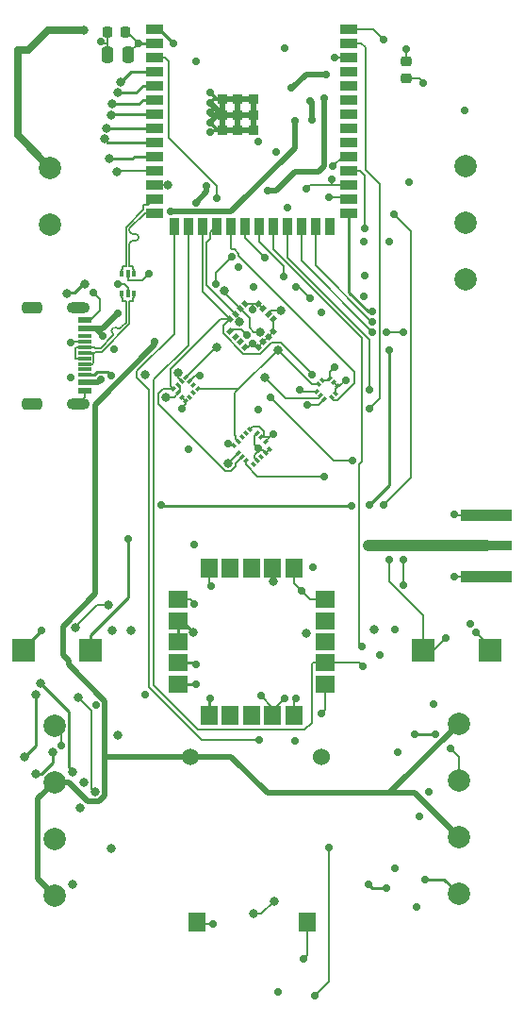
<source format=gbr>
%TF.GenerationSoftware,KiCad,Pcbnew,7.0.1*%
%TF.CreationDate,2024-01-06T20:51:44-05:00*%
%TF.ProjectId,Io-v2-Board,496f2d76-322d-4426-9f61-72642e6b6963,rev?*%
%TF.SameCoordinates,Original*%
%TF.FileFunction,Copper,L1,Top*%
%TF.FilePolarity,Positive*%
%FSLAX46Y46*%
G04 Gerber Fmt 4.6, Leading zero omitted, Abs format (unit mm)*
G04 Created by KiCad (PCBNEW 7.0.1) date 2024-01-06 20:51:44*
%MOMM*%
%LPD*%
G01*
G04 APERTURE LIST*
G04 Aperture macros list*
%AMRoundRect*
0 Rectangle with rounded corners*
0 $1 Rounding radius*
0 $2 $3 $4 $5 $6 $7 $8 $9 X,Y pos of 4 corners*
0 Add a 4 corners polygon primitive as box body*
4,1,4,$2,$3,$4,$5,$6,$7,$8,$9,$2,$3,0*
0 Add four circle primitives for the rounded corners*
1,1,$1+$1,$2,$3*
1,1,$1+$1,$4,$5*
1,1,$1+$1,$6,$7*
1,1,$1+$1,$8,$9*
0 Add four rect primitives between the rounded corners*
20,1,$1+$1,$2,$3,$4,$5,0*
20,1,$1+$1,$4,$5,$6,$7,0*
20,1,$1+$1,$6,$7,$8,$9,0*
20,1,$1+$1,$8,$9,$2,$3,0*%
%AMRotRect*
0 Rectangle, with rotation*
0 The origin of the aperture is its center*
0 $1 length*
0 $2 width*
0 $3 Rotation angle, in degrees counterclockwise*
0 Add horizontal line*
21,1,$1,$2,0,0,$3*%
G04 Aperture macros list end*
%TA.AperFunction,SMDPad,CuDef*%
%ADD10RoundRect,0.225000X0.225000X0.250000X-0.225000X0.250000X-0.225000X-0.250000X0.225000X-0.250000X0*%
%TD*%
%TA.AperFunction,SMDPad,CuDef*%
%ADD11RoundRect,0.250000X0.250000X0.475000X-0.250000X0.475000X-0.250000X-0.475000X0.250000X-0.475000X0*%
%TD*%
%TA.AperFunction,ComponentPad*%
%ADD12RoundRect,0.250000X-0.650000X0.250000X-0.650000X-0.250000X0.650000X-0.250000X0.650000X0.250000X0*%
%TD*%
%TA.AperFunction,ComponentPad*%
%ADD13O,2.100000X1.000000*%
%TD*%
%TA.AperFunction,SMDPad,CuDef*%
%ADD14R,1.150000X0.300000*%
%TD*%
%TA.AperFunction,SMDPad,CuDef*%
%ADD15R,1.150000X0.600000*%
%TD*%
%TA.AperFunction,SMDPad,CuDef*%
%ADD16R,1.500000X1.700000*%
%TD*%
%TA.AperFunction,SMDPad,CuDef*%
%ADD17R,2.000000X2.000000*%
%TD*%
%TA.AperFunction,ComponentPad*%
%ADD18C,2.000000*%
%TD*%
%TA.AperFunction,SMDPad,CuDef*%
%ADD19R,0.375000X0.500000*%
%TD*%
%TA.AperFunction,SMDPad,CuDef*%
%ADD20R,0.300000X0.650000*%
%TD*%
%TA.AperFunction,SMDPad,CuDef*%
%ADD21R,1.500000X1.800000*%
%TD*%
%TA.AperFunction,SMDPad,CuDef*%
%ADD22R,1.800000X1.500000*%
%TD*%
%TA.AperFunction,SMDPad,CuDef*%
%ADD23RotRect,0.406400X0.508000X45.000000*%
%TD*%
%TA.AperFunction,SMDPad,CuDef*%
%ADD24RotRect,0.406400X0.508000X315.000000*%
%TD*%
%TA.AperFunction,SMDPad,CuDef*%
%ADD25RotRect,0.376682X0.351536X225.000000*%
%TD*%
%TA.AperFunction,SMDPad,CuDef*%
%ADD26RotRect,0.376682X0.351536X315.000000*%
%TD*%
%TA.AperFunction,SMDPad,CuDef*%
%ADD27RoundRect,0.218750X0.256250X-0.218750X0.256250X0.218750X-0.256250X0.218750X-0.256250X-0.218750X0*%
%TD*%
%TA.AperFunction,SMDPad,CuDef*%
%ADD28RotRect,0.355600X0.457200X45.000000*%
%TD*%
%TA.AperFunction,SMDPad,CuDef*%
%ADD29RotRect,0.355600X0.457200X315.000000*%
%TD*%
%TA.AperFunction,SMDPad,CuDef*%
%ADD30R,1.498600X0.889000*%
%TD*%
%TA.AperFunction,SMDPad,CuDef*%
%ADD31R,0.889000X1.498600*%
%TD*%
%TA.AperFunction,SMDPad,CuDef*%
%ADD32R,0.889000X0.889000*%
%TD*%
%TA.AperFunction,SMDPad,CuDef*%
%ADD33RotRect,0.351536X0.376682X45.000000*%
%TD*%
%TA.AperFunction,SMDPad,CuDef*%
%ADD34RotRect,0.351536X0.376682X315.000000*%
%TD*%
%TA.AperFunction,ComponentPad*%
%ADD35C,1.524000*%
%TD*%
%TA.AperFunction,SMDPad,CuDef*%
%ADD36R,4.560000X1.000000*%
%TD*%
%TA.AperFunction,SMDPad,CuDef*%
%ADD37R,4.560000X0.850000*%
%TD*%
%TA.AperFunction,ViaPad*%
%ADD38C,0.700000*%
%TD*%
%TA.AperFunction,ViaPad*%
%ADD39C,0.800000*%
%TD*%
%TA.AperFunction,Conductor*%
%ADD40C,0.200000*%
%TD*%
%TA.AperFunction,Conductor*%
%ADD41C,0.250000*%
%TD*%
%TA.AperFunction,Conductor*%
%ADD42C,1.000000*%
%TD*%
%TA.AperFunction,Conductor*%
%ADD43C,0.500000*%
%TD*%
%TA.AperFunction,Conductor*%
%ADD44C,0.150000*%
%TD*%
%TA.AperFunction,Conductor*%
%ADD45C,0.700000*%
%TD*%
G04 APERTURE END LIST*
D10*
%TO.P,C19,1*%
%TO.N,+3.3V*%
X105042000Y-36703000D03*
%TO.P,C19,2*%
%TO.N,GND*%
X103492000Y-36703000D03*
%TD*%
D11*
%TO.P,C13,1*%
%TO.N,+3.3V*%
X105344000Y-38735000D03*
%TO.P,C13,2*%
%TO.N,GND*%
X103444000Y-38735000D03*
%TD*%
D12*
%TO.P,J2,SH4,SHELL_GND__3*%
%TO.N,GND*%
X96647000Y-70075000D03*
%TO.P,J2,SH3,SHELL_GND__2*%
X96647000Y-61435000D03*
D13*
%TO.P,J2,SH2,SHELL_GND__1*%
X100827000Y-70075000D03*
%TO.P,J2,SH1,SHELL_GND*%
X100827000Y-61435000D03*
D14*
%TO.P,J2,B8,SBU2*%
%TO.N,unconnected-(J2-SBU2-PadB8)*%
X101402000Y-64005000D03*
%TO.P,J2,B7,DN2*%
%TO.N,/USB_DN*%
X101402000Y-65005000D03*
%TO.P,J2,B6,DP2*%
%TO.N,/USB_DP*%
X101402000Y-66505000D03*
%TO.P,J2,B5,CC2*%
%TO.N,Net-(J2-CC2)*%
X101402000Y-67505000D03*
D15*
%TO.P,J2,B4_A9,VBUS__1*%
%TO.N,/VBUS*%
X101402000Y-68155000D03*
%TO.P,J2,B1_A12,GND__1*%
%TO.N,GND*%
X101402000Y-68955000D03*
D14*
%TO.P,J2,A8,SBU1*%
%TO.N,unconnected-(J2-SBU1-PadA8)*%
X101402000Y-67005000D03*
%TO.P,J2,A7,DN1*%
%TO.N,/USB_DN*%
X101402000Y-66005000D03*
%TO.P,J2,A6,DP1*%
%TO.N,/USB_DP*%
X101402000Y-65505000D03*
%TO.P,J2,A5,CC1*%
%TO.N,Net-(J2-CC1)*%
X101402000Y-64505000D03*
D15*
%TO.P,J2,A4_B9,VBUS*%
%TO.N,/VBUS*%
X101402000Y-63355000D03*
%TO.P,J2,A1_B12,GND*%
%TO.N,GND*%
X101402000Y-62555000D03*
%TD*%
D16*
%TO.P,LS1,N*%
%TO.N,GND*%
X111509000Y-116586000D03*
%TO.P,LS1,P*%
%TO.N,Net-(Q6-S)*%
X121409000Y-116586000D03*
%TD*%
D17*
%TO.P,S1,A*%
%TO.N,/RST*%
X131795000Y-92202000D03*
%TO.P,S1,B*%
%TO.N,GND*%
X137795000Y-92202000D03*
%TD*%
D18*
%TO.P,J1,1,Pin_1*%
%TO.N,/VBAT*%
X135636000Y-58955000D03*
%TO.P,J1,2,Pin_2*%
%TO.N,GND*%
X135636000Y-53875000D03*
%TO.P,J1,3,Pin_3*%
%TO.N,/VSW*%
X135636000Y-48795000D03*
%TD*%
D19*
%TO.P,U5,1,I/O1*%
%TO.N,/USB_DN*%
X104745500Y-60159000D03*
D20*
%TO.P,U5,2,GND*%
%TO.N,GND*%
X105283000Y-60234000D03*
D19*
%TO.P,U5,3,I/O2*%
%TO.N,/USB_DP*%
X105820500Y-60159000D03*
%TO.P,U5,4,I/O2*%
%TO.N,/USB_ESD_DP*%
X105820500Y-58459000D03*
D20*
%TO.P,U5,5,VBUS*%
%TO.N,/VBUS*%
X105283000Y-58384000D03*
D19*
%TO.P,U5,6,I/O1*%
%TO.N,/USB_ESD_DN*%
X104745500Y-58459000D03*
%TD*%
D18*
%TO.P,J4,1,Pin_1*%
%TO.N,/PYRO1_SW*%
X98683000Y-98933000D03*
%TO.P,J4,2,Pin_2*%
%TO.N,/VPYRO*%
X98683000Y-104013000D03*
%TO.P,J4,3,Pin_3*%
%TO.N,/PYRO2_SW*%
X98683000Y-109093000D03*
%TO.P,J4,4,Pin_4*%
%TO.N,/VPYRO*%
X98683000Y-114173000D03*
%TD*%
D21*
%TO.P,U9,20,GND*%
%TO.N,GND*%
X112605000Y-84844000D03*
%TO.P,U9,19,EXTINT*%
%TO.N,unconnected-(U9-EXTINT-Pad19)*%
X114505000Y-84844000D03*
%TO.P,U9,18,~{RESET}*%
%TO.N,unconnected-(U9-~{RESET}-Pad18)*%
X116405000Y-84844000D03*
%TO.P,U9,17,VCC*%
%TO.N,+3.3V*%
X118305000Y-84844000D03*
%TO.P,U9,16,GND*%
%TO.N,GND*%
X120205000Y-84844000D03*
D22*
%TO.P,U9,15,GND*%
X123005000Y-87644000D03*
%TO.P,U9,14,RXD*%
%TO.N,unconnected-(U9-RXD-Pad14)*%
X123005000Y-89544000D03*
%TO.P,U9,13,TXD*%
%TO.N,unconnected-(U9-TXD-Pad13)*%
X123005000Y-91444000D03*
%TO.P,U9,12,SCL*%
%TO.N,/I2C_SCL*%
X123005000Y-93344000D03*
%TO.P,U9,11,GND*%
%TO.N,GND*%
X123005000Y-95244000D03*
D21*
%TO.P,U9,10,GND*%
X120205000Y-98044000D03*
%TO.P,U9,9,SDA*%
%TO.N,/I2C_SDA*%
X118305000Y-98044000D03*
%TO.P,U9,8,~{SAFEBOOT}*%
%TO.N,unconnected-(U9-~{SAFEBOOT}-Pad8)*%
X116405000Y-98044000D03*
%TO.P,U9,7,TIMEPULSE*%
%TO.N,unconnected-(U9-TIMEPULSE-Pad7)*%
X114505000Y-98044000D03*
%TO.P,U9,6,GND*%
%TO.N,GND*%
X112605000Y-98044000D03*
D22*
%TO.P,U9,5,GND*%
X109805000Y-95244000D03*
%TO.P,U9,4,GND*%
X109805000Y-93344000D03*
%TO.P,U9,3,V_BCKP*%
%TO.N,+3.3V*%
X109805000Y-91444000D03*
%TO.P,U9,2,VCC_IO*%
X109805000Y-89544000D03*
%TO.P,U9,1,GND*%
%TO.N,GND*%
X109805000Y-87644000D03*
%TD*%
D17*
%TO.P,S2,A*%
%TO.N,/BOOT*%
X101933000Y-92202000D03*
%TO.P,S2,B*%
%TO.N,GND*%
X95933000Y-92202000D03*
%TD*%
D23*
%TO.P,U4,1,VDD_IO*%
%TO.N,+3.3V*%
X115855193Y-61106336D03*
%TO.P,U4,2,SCL/SPC*%
%TO.N,/SPI2_SCL*%
X115395575Y-61565954D03*
%TO.P,U4,3,SDA/SDI/SDO*%
%TO.N,/SPI2_MOSI*%
X114935954Y-62025575D03*
%TO.P,U4,4,SDO/SA0*%
%TO.N,/SPI2_MISO*%
X114476336Y-62485193D03*
D24*
%TO.P,U4,5,CS*%
%TO.N,/GYRO_CS*%
X114476336Y-63620807D03*
%TO.P,U4,6,DRDY/INT2*%
%TO.N,unconnected-(U4-DRDY{slash}INT2-Pad6)*%
X114935954Y-64080425D03*
%TO.P,U4,7,INT1*%
%TO.N,unconnected-(U4-INT1-Pad7)*%
X115395575Y-64540046D03*
%TO.P,U4,8,RES*%
%TO.N,GND*%
X115855193Y-64999664D03*
D23*
%TO.P,U4,9,RES*%
X116990807Y-64999664D03*
%TO.P,U4,10,RES*%
X117450425Y-64540046D03*
%TO.P,U4,11,RES*%
X117910046Y-64080425D03*
%TO.P,U4,12,RES*%
X118369664Y-63620807D03*
D24*
%TO.P,U4,13,GND*%
X118369664Y-62485193D03*
%TO.P,U4,14,PLLFILT*%
%TO.N,/GYRO_PLLFILT*%
X117910046Y-62025575D03*
%TO.P,U4,15,RES*%
%TO.N,+3.3V*%
X117450425Y-61565954D03*
%TO.P,U4,16,VDD*%
X116990807Y-61106336D03*
%TD*%
D25*
%TO.P,U7,1,SCL/SPC*%
%TO.N,/SPI2_SCL*%
X111550662Y-68768000D03*
%TO.P,U7,2,NC*%
%TO.N,unconnected-(U7-NC-Pad2)*%
X111197107Y-68414446D03*
%TO.P,U7,3,CS*%
%TO.N,/MAG_CS*%
X110843554Y-68060893D03*
%TO.P,U7,4,SDA/SDI/SDO*%
%TO.N,/SPI2_MOSI*%
X110490000Y-67707338D03*
D26*
%TO.P,U7,5,C1*%
%TO.N,/MAG_C*%
X110136446Y-68060893D03*
%TO.P,U7,6,GND*%
%TO.N,GND*%
X109782893Y-68414446D03*
D25*
%TO.P,U7,7,INT/DRDY/SDO*%
%TO.N,/SPI2_MISO*%
X109429338Y-68768000D03*
%TO.P,U7,8,GND*%
%TO.N,GND*%
X109782893Y-69121554D03*
%TO.P,U7,9,VDD*%
%TO.N,+3.3V*%
X110136446Y-69475107D03*
%TO.P,U7,10,VDD_IO*%
X110490000Y-69828662D03*
D26*
%TO.P,U7,11,NC*%
%TO.N,unconnected-(U7-NC-Pad11)*%
X110843554Y-69475107D03*
%TO.P,U7,12,NC*%
%TO.N,unconnected-(U7-NC-Pad12)*%
X111197107Y-69121554D03*
%TD*%
D18*
%TO.P,J3,1,Pin_1*%
%TO.N,/VBAT*%
X98302000Y-48895000D03*
%TO.P,J3,2,Pin_2*%
%TO.N,GND*%
X98302000Y-53975000D03*
%TD*%
D27*
%TO.P,D2,1,K*%
%TO.N,/PLED_R*%
X130302000Y-40919500D03*
%TO.P,D2,2,A*%
%TO.N,+3.3V*%
X130302000Y-39344500D03*
%TD*%
D18*
%TO.P,J5,1,Pin_1*%
%TO.N,/PYRO3_SW*%
X135001000Y-114073000D03*
%TO.P,J5,2,Pin_2*%
%TO.N,/VPYRO*%
X135001000Y-108993000D03*
%TO.P,J5,3,Pin_3*%
%TO.N,/PYRO4_SW*%
X135001000Y-103913000D03*
%TO.P,J5,4,Pin_4*%
%TO.N,/VPYRO*%
X135001000Y-98833000D03*
%TD*%
D28*
%TO.P,U2,1,Vdd_IO*%
%TO.N,+3.3V*%
X116255454Y-72392884D03*
%TO.P,U2,2,NC*%
%TO.N,unconnected-(U2-NC-Pad2)*%
X115901811Y-72746526D03*
%TO.P,U2,3,NC*%
%TO.N,unconnected-(U2-NC-Pad3)*%
X115548169Y-73100169D03*
%TO.P,U2,4,SCL/SPC*%
%TO.N,/SPI2_SCL*%
X115194526Y-73453811D03*
%TO.P,U2,5,GND*%
%TO.N,GND*%
X114840884Y-73807454D03*
D29*
%TO.P,U2,6,SDA/SDI/SDO*%
%TO.N,/SPI2_MOSI*%
X115194526Y-74496189D03*
%TO.P,U2,7,SDO/SA0*%
%TO.N,/SPI2_MISO*%
X115548169Y-74849831D03*
%TO.P,U2,8,CS*%
%TO.N,/ACC_CS*%
X115901811Y-75203474D03*
D28*
%TO.P,U2,9,INT_2*%
%TO.N,unconnected-(U2-INT_2-Pad9)*%
X116590546Y-75557116D03*
%TO.P,U2,10,Reserved*%
%TO.N,GND*%
X116944189Y-75203474D03*
%TO.P,U2,11,INT_1*%
%TO.N,unconnected-(U2-INT_1-Pad11)*%
X117297831Y-74849831D03*
%TO.P,U2,12,GND*%
%TO.N,GND*%
X117651474Y-74496189D03*
%TO.P,U2,13,GND*%
X118005116Y-74142546D03*
D29*
%TO.P,U2,14,Vdd*%
%TO.N,+3.3V*%
X117651474Y-73453811D03*
%TO.P,U2,15,Reserved*%
X117297831Y-73100169D03*
%TO.P,U2,16,GND*%
%TO.N,GND*%
X116944189Y-72746526D03*
%TD*%
D30*
%TO.P,U1,1,GND*%
%TO.N,GND*%
X107673000Y-36449000D03*
%TO.P,U1,2,3V3*%
%TO.N,+3.3V*%
X107673000Y-37719000D03*
%TO.P,U1,3,EN*%
%TO.N,/RST*%
X107673000Y-38989000D03*
%TO.P,U1,4,IO4*%
%TO.N,/PYRO1_DET*%
X107673000Y-40259000D03*
%TO.P,U1,5,IO5*%
%TO.N,/PYRO2_DET*%
X107673000Y-41529000D03*
%TO.P,U1,6,IO6*%
%TO.N,/PYRO3_DET*%
X107673000Y-42799000D03*
%TO.P,U1,7,IO7*%
%TO.N,/PYRO4_DET*%
X107673000Y-44069000D03*
%TO.P,U1,8,IO15*%
%TO.N,/PYRO1*%
X107673000Y-45339000D03*
%TO.P,U1,9,IO16*%
%TO.N,/PYRO2*%
X107673000Y-46609000D03*
%TO.P,U1,10,IO17*%
%TO.N,/PYRO3*%
X107673000Y-47879000D03*
%TO.P,U1,11,IO18*%
%TO.N,/PYRO4*%
X107673000Y-49149000D03*
%TO.P,U1,12,IO8*%
%TO.N,/SPI2_SCL*%
X107673000Y-50419000D03*
%TO.P,U1,13,IO19*%
%TO.N,/USB_ESD_DN*%
X107673000Y-51689000D03*
%TO.P,U1,14,IO20*%
%TO.N,/USB_ESD_DP*%
X107673000Y-52959000D03*
D31*
%TO.P,U1,15,IO3*%
%TO.N,/I2C_SDA*%
X109438000Y-54209000D03*
%TO.P,U1,16,IO46*%
%TO.N,/I2C_SCL*%
X110708000Y-54209000D03*
%TO.P,U1,17,IO9*%
%TO.N,/SPI2_MISO*%
X111978000Y-54209000D03*
%TO.P,U1,18,IO10*%
%TO.N,/SPI2_MOSI*%
X113248000Y-54209000D03*
%TO.P,U1,19,IO11*%
%TO.N,/BARO_CS*%
X114518000Y-54209000D03*
%TO.P,U1,20,IO12*%
%TO.N,/MAG_CS*%
X115788000Y-54209000D03*
%TO.P,U1,21,IO13*%
%TO.N,/GYRO_CS*%
X117058000Y-54209000D03*
%TO.P,U1,22,IO14*%
%TO.N,/RF_DIO0*%
X118328000Y-54209000D03*
%TO.P,U1,23,IO21*%
%TO.N,/RF_CS*%
X119598000Y-54209000D03*
%TO.P,U1,24,IO47*%
%TO.N,/BUZZ_OUT*%
X120868000Y-54209000D03*
%TO.P,U1,25,IO48*%
%TO.N,/RF_RST*%
X122138000Y-54209000D03*
%TO.P,U1,26,IO45*%
%TO.N,unconnected-(U1-IO45-Pad26)*%
X123408000Y-54209000D03*
D30*
%TO.P,U1,27,IO0*%
%TO.N,/BOOT*%
X125173000Y-52959000D03*
%TO.P,U1,28,IO35*%
%TO.N,/SPI3_MOSI*%
X125173000Y-51689000D03*
%TO.P,U1,29,IO36*%
%TO.N,/SPI3_SCL*%
X125173000Y-50419000D03*
%TO.P,U1,30,IO37*%
%TO.N,/SPI3_MISO*%
X125173000Y-49149000D03*
%TO.P,U1,31,IO38*%
%TO.N,/FLASH_CS*%
X125173000Y-47879000D03*
%TO.P,U1,32,IO39*%
%TO.N,unconnected-(U1-IO39-Pad32)*%
X125173000Y-46609000D03*
%TO.P,U1,33,IO40*%
%TO.N,unconnected-(U1-IO40-Pad33)*%
X125173000Y-45339000D03*
%TO.P,U1,34,IO41*%
%TO.N,unconnected-(U1-IO41-Pad34)*%
X125173000Y-44069000D03*
%TO.P,U1,35,IO42*%
%TO.N,unconnected-(U1-IO42-Pad35)*%
X125173000Y-42799000D03*
%TO.P,U1,36,RXD0*%
%TO.N,unconnected-(U1-RXD0-Pad36)*%
X125173000Y-41529000D03*
%TO.P,U1,37,TXD0*%
%TO.N,unconnected-(U1-TXD0-Pad37)*%
X125173000Y-40259000D03*
%TO.P,U1,38,IO2*%
%TO.N,/VSW_DET*%
X125173000Y-38989000D03*
%TO.P,U1,39,IO1*%
%TO.N,/ACC_CS*%
X125173000Y-37719000D03*
%TO.P,U1,40,GND*%
%TO.N,GND*%
X125173000Y-36449000D03*
D32*
%TO.P,U1,41,GND*%
X115173000Y-44169000D03*
%TO.P,U1,42,GND*%
X115173000Y-42769000D03*
%TO.P,U1,43,GND*%
X113773000Y-42769000D03*
%TO.P,U1,44,GND*%
X113773000Y-44169000D03*
%TO.P,U1,45,GND*%
X113773000Y-45569000D03*
%TO.P,U1,46,GND*%
X115173000Y-45569000D03*
%TO.P,U1,47,GND*%
X116573000Y-45569000D03*
%TO.P,U1,48,GND*%
X116573000Y-44169000D03*
%TO.P,U1,49,GND*%
X116573000Y-42769000D03*
%TD*%
D33*
%TO.P,U6,1,VDD_IO*%
%TO.N,+3.3V*%
X122781504Y-68005951D03*
%TO.P,U6,2,SCL/SPC*%
%TO.N,/SPI2_SCL*%
X122427951Y-68359504D03*
D34*
%TO.P,U6,3,RES*%
%TO.N,GND*%
X122251175Y-68999720D03*
%TO.P,U6,4,SDA/SDI/SDO*%
%TO.N,/SPI2_MOSI*%
X122604728Y-69353272D03*
%TO.P,U6,5,SDO/SA0*%
%TO.N,/SPI2_MISO*%
X122958280Y-69706825D03*
D33*
%TO.P,U6,6,CS*%
%TO.N,/BARO_CS*%
X123598496Y-69530049D03*
%TO.P,U6,7,INT_DRDY*%
%TO.N,GND*%
X123952049Y-69176496D03*
D34*
%TO.P,U6,8,GND*%
X124128825Y-68536280D03*
%TO.P,U6,9,GND*%
X123775272Y-68182728D03*
%TO.P,U6,10,VDD*%
%TO.N,+3.3V*%
X123421720Y-67829175D03*
%TD*%
D35*
%TO.P,C2,1*%
%TO.N,/VPYRO*%
X110871000Y-101732000D03*
%TO.P,C2,2*%
%TO.N,GND*%
X122671000Y-101732000D03*
%TD*%
D36*
%TO.P,J7,SH2*%
%TO.N,GND*%
X137527500Y-80058000D03*
%TO.P,J7,SH1*%
X137527500Y-85598000D03*
D37*
%TO.P,J7,1*%
%TO.N,Net-(U11-ANT)*%
X137527500Y-82828000D03*
%TD*%
D38*
%TO.N,GND*%
X102870000Y-37592000D03*
%TO.N,/BOOT*%
X127000000Y-79121000D03*
X125423500Y-79219500D03*
%TO.N,Net-(U11-ANT)*%
X126873000Y-82828000D03*
%TO.N,GND*%
X112649000Y-45720000D03*
X112649000Y-42164000D03*
X119380000Y-38189500D03*
%TO.N,/VSW_DET*%
X123886832Y-39054168D03*
%TO.N,/VIN*%
X121696340Y-42888500D03*
X121793000Y-44577000D03*
%TO.N,GND*%
X111379000Y-39370000D03*
X116586000Y-59563000D03*
X131191000Y-115189000D03*
X112649000Y-43942000D03*
X109347000Y-37719000D03*
X129540000Y-101346000D03*
X104062500Y-65187881D03*
D39*
X100965000Y-106299000D03*
D38*
X136525000Y-90551000D03*
X110744000Y-74168000D03*
X120396000Y-96520000D03*
D39*
X103759000Y-109982000D03*
D38*
X112649000Y-96520000D03*
D39*
X106807000Y-67437000D03*
D38*
X114300000Y-73660000D03*
X129286000Y-90297000D03*
X104377988Y-59389820D03*
X124841000Y-68014500D03*
X112649000Y-44831000D03*
X128270000Y-37387000D03*
X126492000Y-55499000D03*
D39*
X100330000Y-113157000D03*
D38*
X120762500Y-68834000D03*
D39*
X101346000Y-104013000D03*
D38*
X131445000Y-107061000D03*
X134620000Y-80010000D03*
X111379000Y-95250000D03*
X111252000Y-82677000D03*
X112817766Y-86401766D03*
X117046692Y-74056862D03*
X120904000Y-86868000D03*
X117015647Y-70627147D03*
X129283477Y-111738092D03*
X97536000Y-90424000D03*
X122682000Y-61908000D03*
X122666459Y-97906693D03*
D39*
X104394000Y-99822000D03*
D38*
X106807000Y-96139000D03*
X112649000Y-43053000D03*
X132715000Y-97028000D03*
X130556000Y-50165000D03*
X132294500Y-104902000D03*
X115189000Y-57785000D03*
X111252000Y-88011000D03*
X118618000Y-47498000D03*
X116459000Y-64643000D03*
X135531489Y-43770385D03*
D39*
X103886000Y-90424000D03*
D38*
X112903000Y-116713000D03*
X121920000Y-84709000D03*
X100126500Y-67691000D03*
X102184307Y-60121693D03*
X111379000Y-93472000D03*
X134620000Y-85598000D03*
D39*
X108712000Y-69469000D03*
D38*
X126492000Y-60452000D03*
X102421516Y-97095484D03*
D39*
%TO.N,+3.3V*%
X127381000Y-90297000D03*
X105550000Y-90424000D03*
D38*
X136017000Y-89789000D03*
X123839767Y-66816767D03*
X116967000Y-46563002D03*
X106233000Y-37719000D03*
X110109000Y-70485000D03*
D39*
X121285000Y-90678000D03*
D38*
X120269000Y-100330000D03*
X118745000Y-122809000D03*
X128778000Y-55499000D03*
X119634000Y-52451000D03*
D39*
X118364000Y-85979000D03*
D38*
X126604500Y-58547000D03*
D39*
X111125000Y-90551000D03*
D38*
X118364000Y-72771000D03*
X116459000Y-61595000D03*
X127889000Y-92583000D03*
X130302000Y-38227000D03*
%TO.N,/VBUS*%
X103074500Y-63971119D03*
X104416017Y-61968483D03*
X102876500Y-67905500D03*
X120269000Y-44704000D03*
X109093000Y-52832000D03*
X107188000Y-58420000D03*
%TO.N,/VSW_D*%
X119988500Y-41719500D03*
X123063000Y-40513000D03*
D39*
%TO.N,/PYRO1*%
X103378000Y-45339000D03*
D38*
%TO.N,/PYRO1_SW*%
X99333500Y-100711000D03*
D39*
%TO.N,/PYRO2*%
X101457662Y-59324338D03*
X99822000Y-60198000D03*
X103213683Y-46324904D03*
X97440500Y-95153096D03*
X100330000Y-103124000D03*
D38*
%TO.N,/PYRO3*%
X126873000Y-113157000D03*
X128563500Y-113538000D03*
D39*
X103632000Y-48095500D03*
D38*
%TO.N,/PYRO3_SW*%
X131953000Y-112776000D03*
D39*
%TO.N,/PYRO4*%
X100838000Y-96430500D03*
X100584000Y-90170000D03*
X118410766Y-114718500D03*
X116586000Y-115824000D03*
X102363273Y-104929559D03*
X104267000Y-49276000D03*
X103584500Y-88138000D03*
D38*
%TO.N,/PYRO4_SW*%
X134239000Y-100965000D03*
%TO.N,/BOOT*%
X105283000Y-82169000D03*
X108261500Y-79121000D03*
X128778000Y-65278000D03*
X127253977Y-61809466D03*
%TO.N,/BUZZ_OUT*%
X130048000Y-86360000D03*
X123317000Y-109855000D03*
X130048000Y-63627000D03*
X122047000Y-123190000D03*
X128553500Y-63627000D03*
X127254000Y-63627000D03*
X130048000Y-84074000D03*
%TO.N,Net-(Q6-S)*%
X121031000Y-119888000D03*
%TO.N,/RST*%
X121680500Y-60579000D03*
X120381500Y-59563000D03*
X128778000Y-84074000D03*
X125476000Y-75184000D03*
X113298767Y-51674233D03*
X133858000Y-91059000D03*
X118110000Y-69533500D03*
%TO.N,/RF_DIO0*%
X126294500Y-91821000D03*
D39*
%TO.N,/SPI2_SCL*%
X113947500Y-59944000D03*
X108839000Y-50419000D03*
X118745000Y-65278000D03*
X117150765Y-63633029D03*
%TO.N,/SPI2_MOSI*%
X113284000Y-65024000D03*
X115357067Y-62741702D03*
X114300000Y-75438000D03*
X117602000Y-67691000D03*
D38*
%TO.N,/SPI2_MISO*%
X121871266Y-67485734D03*
X121412000Y-70206684D03*
%TO.N,/ACC_CS*%
X127000000Y-70485000D03*
X122936000Y-76581000D03*
%TO.N,/GYRO_CS*%
X119267767Y-58659233D03*
X115951000Y-63881000D03*
D39*
%TO.N,/GYRO_PLLFILT*%
X118999000Y-61722000D03*
D38*
%TO.N,/MAG_CS*%
X117616766Y-57008234D03*
X113157000Y-59309000D03*
X114597000Y-56896000D03*
X111760000Y-67564000D03*
D39*
%TO.N,/MAG_C*%
X109822971Y-67277971D03*
D38*
%TO.N,/RF_RST*%
X127254500Y-62708968D03*
%TO.N,/SPI3_MISO*%
X126604500Y-54356000D03*
%TO.N,/SPI3_MOSI*%
X123317000Y-51562000D03*
%TO.N,/SPI3_SCL*%
X121285000Y-50800000D03*
X129159000Y-53086000D03*
X128270000Y-79121000D03*
X123571000Y-49911000D03*
%TO.N,/I2C_SDA*%
X117221000Y-96266000D03*
X117095736Y-100223877D03*
X119380000Y-96520000D03*
%TO.N,/I2C_SCL*%
X126365000Y-93599000D03*
%TO.N,/FLASH_CS*%
X123698000Y-48768000D03*
D39*
%TO.N,/PYRO1_DET*%
X104627415Y-41202954D03*
%TO.N,/PYRO2_DET*%
X98552000Y-101346000D03*
X104391518Y-42174220D03*
X97028000Y-103251000D03*
%TO.N,/PYRO3_DET*%
X103886000Y-43180000D03*
%TO.N,/PYRO4_DET*%
X103759000Y-44196000D03*
X96012000Y-101727000D03*
D38*
X132925168Y-99778168D03*
D39*
X97028000Y-96139000D03*
D38*
X131064000Y-99695000D03*
%TO.N,/RF_CS*%
X127000000Y-68834000D03*
D39*
%TO.N,/VBAT*%
X101346000Y-36576000D03*
D38*
%TO.N,/VPYRO*%
X107696000Y-64516000D03*
X112379000Y-50546000D03*
X111379000Y-52032500D03*
X122936000Y-42672000D03*
X117856000Y-50927000D03*
%TO.N,/PLED_R*%
X131826000Y-41275000D03*
%TO.N,Net-(J2-CC1)*%
X100195054Y-64633769D03*
%TO.N,Net-(J2-CC2)*%
X103770284Y-67575284D03*
%TD*%
D40*
%TO.N,+3.3V*%
X105344000Y-38608000D02*
X106233000Y-37719000D01*
X105344000Y-38735000D02*
X105344000Y-38608000D01*
X105217000Y-36703000D02*
X106233000Y-37719000D01*
X105042000Y-36703000D02*
X105217000Y-36703000D01*
%TO.N,GND*%
X102997000Y-37719000D02*
X102870000Y-37592000D01*
X103492000Y-37719000D02*
X102997000Y-37719000D01*
X103492000Y-37719000D02*
X103492000Y-38687000D01*
X103492000Y-36703000D02*
X103492000Y-37719000D01*
X103492000Y-38687000D02*
X103444000Y-38735000D01*
D41*
%TO.N,/BOOT*%
X125395000Y-79248000D02*
X125423500Y-79219500D01*
X120142000Y-79248000D02*
X125395000Y-79248000D01*
D40*
%TO.N,/RF_DIO0*%
X126073000Y-91599500D02*
X126294500Y-91821000D01*
X126073000Y-75506239D02*
X126073000Y-91599500D01*
X126294500Y-64201044D02*
X126294500Y-75284739D01*
X126294500Y-75284739D02*
X126073000Y-75506239D01*
D42*
%TO.N,Net-(U11-ANT)*%
X126873000Y-82828000D02*
X137527500Y-82828000D01*
D40*
%TO.N,/RST*%
X128778000Y-86009239D02*
X131795000Y-89026239D01*
X128778000Y-84074000D02*
X128778000Y-86009239D01*
X131795000Y-89026239D02*
X131795000Y-92202000D01*
%TO.N,/BUZZ_OUT*%
X130048000Y-84074000D02*
X130048000Y-86360000D01*
D43*
%TO.N,GND*%
X113765000Y-44169000D02*
X112649000Y-43053000D01*
X113773000Y-44169000D02*
X113765000Y-44169000D01*
X113311000Y-44169000D02*
X112649000Y-44831000D01*
X113773000Y-44169000D02*
X113311000Y-44169000D01*
D41*
X112800000Y-45569000D02*
X112649000Y-45720000D01*
X113773000Y-45569000D02*
X112800000Y-45569000D01*
X113773000Y-42769000D02*
X113254000Y-42769000D01*
X113254000Y-42769000D02*
X112649000Y-42164000D01*
D43*
%TO.N,/VSW_D*%
X120078500Y-41719500D02*
X119988500Y-41719500D01*
X121285000Y-40513000D02*
X120078500Y-41719500D01*
D40*
%TO.N,/VSW_DET*%
X125107832Y-39054168D02*
X125173000Y-38989000D01*
X123886832Y-39054168D02*
X125107832Y-39054168D01*
%TO.N,GND*%
X127332000Y-36449000D02*
X125173000Y-36449000D01*
X128270000Y-37387000D02*
X127332000Y-36449000D01*
%TO.N,/ACC_CS*%
X125173000Y-37719000D02*
X126238000Y-37719000D01*
X126238000Y-37719000D02*
X126619000Y-38100000D01*
X126619000Y-49080014D02*
X127904000Y-50365014D01*
X126619000Y-38100000D02*
X126619000Y-49080014D01*
X127904000Y-50365014D02*
X127904000Y-69581000D01*
X127904000Y-69581000D02*
X127000000Y-70485000D01*
D43*
%TO.N,/VIN*%
X121793000Y-42985160D02*
X121696340Y-42888500D01*
X121793000Y-44577000D02*
X121793000Y-42985160D01*
%TO.N,/VBUS*%
X120269000Y-47117000D02*
X114554000Y-52832000D01*
X120269000Y-44704000D02*
X120269000Y-47117000D01*
X114554000Y-52832000D02*
X109093000Y-52832000D01*
%TO.N,/VSW_D*%
X121285000Y-40513000D02*
X123063000Y-40513000D01*
D40*
%TO.N,/RF_RST*%
X127193333Y-62708968D02*
X122138000Y-57653635D01*
X127254500Y-62708968D02*
X127193333Y-62708968D01*
X122138000Y-57653635D02*
X122138000Y-54209000D01*
D41*
%TO.N,/BOOT*%
X125173000Y-60087595D02*
X125173000Y-52959000D01*
X126894871Y-61809466D02*
X125173000Y-60087595D01*
X127253977Y-61809466D02*
X126894871Y-61809466D01*
D40*
%TO.N,GND*%
X115855193Y-64999664D02*
X116102336Y-64999664D01*
X116944189Y-75203474D02*
X116710463Y-74969748D01*
X109805000Y-87644000D02*
X110885000Y-87644000D01*
X116815664Y-64999664D02*
X116459000Y-64643000D01*
X116710463Y-74969748D02*
X116710463Y-74689645D01*
X116710463Y-73720633D02*
X117046692Y-74056862D01*
D41*
X112605000Y-96564000D02*
X112649000Y-96520000D01*
D40*
X124319220Y-68536280D02*
X124841000Y-68014500D01*
X105283000Y-60234000D02*
X105283000Y-59659000D01*
X123952049Y-68713056D02*
X124128825Y-68536280D01*
D41*
X113387000Y-45569000D02*
X112649000Y-44831000D01*
D40*
X117137645Y-74262463D02*
X117417748Y-74262463D01*
X116102336Y-64999664D02*
X116459000Y-64643000D01*
X120205000Y-98044000D02*
X120205000Y-96711000D01*
X105283000Y-59659000D02*
X105013820Y-59389820D01*
X124128825Y-68536280D02*
X124319220Y-68536280D01*
D41*
X109805000Y-95244000D02*
X111373000Y-95244000D01*
X113773000Y-42769000D02*
X112933000Y-42769000D01*
D40*
X136525000Y-90551000D02*
X137795000Y-91821000D01*
D41*
X112933000Y-42769000D02*
X112649000Y-43053000D01*
D40*
X123005000Y-87644000D02*
X121680000Y-87644000D01*
X116710463Y-72980252D02*
X116710463Y-73720633D01*
X123775272Y-68182728D02*
X124128825Y-68536280D01*
X137527500Y-80058000D02*
X134668000Y-80058000D01*
X120205000Y-96711000D02*
X120396000Y-96520000D01*
X120205000Y-86169000D02*
X120904000Y-86868000D01*
X116710463Y-74689645D02*
X117137645Y-74262463D01*
X109435447Y-69469000D02*
X108712000Y-69469000D01*
D41*
X107673000Y-36449000D02*
X108077000Y-36449000D01*
D40*
X117417748Y-74262463D02*
X117651474Y-74496189D01*
X121680000Y-87644000D02*
X120904000Y-86868000D01*
X118369664Y-62485193D02*
X118369664Y-63620807D01*
X109986802Y-68618355D02*
X109986802Y-68917645D01*
X117651474Y-74496189D02*
X117212147Y-74056862D01*
D43*
X113773000Y-44169000D02*
X112876000Y-44169000D01*
D40*
X120205000Y-84844000D02*
X120205000Y-86169000D01*
X134668000Y-80058000D02*
X134620000Y-80010000D01*
X109782893Y-68414446D02*
X109986802Y-68618355D01*
X101910000Y-62555000D02*
X102743000Y-61722000D01*
X102743000Y-60680386D02*
X102184307Y-60121693D01*
X123005000Y-95244000D02*
X123005000Y-97568152D01*
D43*
X112876000Y-44169000D02*
X112649000Y-43942000D01*
D40*
X137795000Y-91821000D02*
X137795000Y-92202000D01*
X117212147Y-74056862D02*
X117046692Y-74056862D01*
D41*
X113773000Y-45569000D02*
X113773000Y-45485000D01*
D40*
X122251175Y-68999720D02*
X120928220Y-68999720D01*
X114840884Y-73807454D02*
X114447454Y-73807454D01*
X114447454Y-73807454D02*
X114300000Y-73660000D01*
D41*
X95933000Y-92202000D02*
X95933000Y-92027000D01*
D40*
X109782893Y-69121554D02*
X109435447Y-69469000D01*
D41*
X115173000Y-45569000D02*
X115173000Y-45088501D01*
D40*
X112903000Y-116713000D02*
X111636000Y-116713000D01*
X118369664Y-63620807D02*
X117910046Y-64080425D01*
X101402000Y-68955000D02*
X101402000Y-69500000D01*
D41*
X95933000Y-92027000D02*
X97536000Y-90424000D01*
D40*
X101402000Y-62555000D02*
X101910000Y-62555000D01*
D41*
X108077000Y-36449000D02*
X109347000Y-37719000D01*
D40*
X123005000Y-97568152D02*
X122666459Y-97906693D01*
X112605000Y-86189000D02*
X112817766Y-86401766D01*
X112605000Y-84844000D02*
X112605000Y-86189000D01*
X110885000Y-87644000D02*
X111252000Y-88011000D01*
D41*
X111251000Y-93344000D02*
X111379000Y-93472000D01*
X113773000Y-45569000D02*
X113387000Y-45569000D01*
D40*
X105013820Y-59389820D02*
X104377988Y-59389820D01*
X116990807Y-64999664D02*
X116815664Y-64999664D01*
X116944189Y-72746526D02*
X116710463Y-72980252D01*
D41*
X115173000Y-45569000D02*
X115165000Y-45569000D01*
D40*
X117450425Y-64540046D02*
X116990807Y-64999664D01*
D41*
X111373000Y-95244000D02*
X111379000Y-95250000D01*
D40*
X111636000Y-116713000D02*
X111509000Y-116586000D01*
X123952049Y-69176496D02*
X123952049Y-68713056D01*
X117910046Y-64080425D02*
X117450425Y-64540046D01*
X101402000Y-69500000D02*
X100827000Y-70075000D01*
D41*
X109805000Y-93344000D02*
X111251000Y-93344000D01*
D40*
X102743000Y-61722000D02*
X102743000Y-60680386D01*
X120928220Y-68999720D02*
X120762500Y-68834000D01*
X137527500Y-85598000D02*
X134620000Y-85598000D01*
X118005116Y-74142546D02*
X117651474Y-74496189D01*
D41*
X112605000Y-98044000D02*
X112605000Y-96564000D01*
D40*
X109986802Y-68917645D02*
X109782893Y-69121554D01*
%TO.N,+3.3V*%
X117651474Y-73453811D02*
X118005116Y-73100169D01*
X123839767Y-66816767D02*
X123421720Y-67234814D01*
X116459000Y-61106336D02*
X116990807Y-61106336D01*
X123421720Y-67234814D02*
X123421720Y-67829175D01*
X117297831Y-73100169D02*
X118034831Y-73100169D01*
X116489180Y-72159158D02*
X117104375Y-72159158D01*
X122781504Y-68005951D02*
X123244944Y-68005951D01*
X123244944Y-68005951D02*
X123421720Y-67829175D01*
X117450425Y-61565954D02*
X116990807Y-61106336D01*
D41*
X109805000Y-89544000D02*
X110118000Y-89544000D01*
D40*
X118005116Y-73100169D02*
X118034831Y-73100169D01*
D41*
X106185000Y-37719000D02*
X107673000Y-37719000D01*
D40*
X110490000Y-69828662D02*
X110136446Y-69475107D01*
X110490000Y-70104000D02*
X110109000Y-70485000D01*
D41*
X118305000Y-84844000D02*
X118305000Y-85920000D01*
D40*
X117531557Y-72586340D02*
X117531557Y-72866443D01*
D41*
X118305000Y-85920000D02*
X118364000Y-85979000D01*
D40*
X116255454Y-72392884D02*
X116489180Y-72159158D01*
X115855193Y-61106336D02*
X116459000Y-61106336D01*
D41*
X107673000Y-37719000D02*
X106233000Y-37719000D01*
D40*
X130302000Y-39344500D02*
X130302000Y-38227000D01*
X118034831Y-73100169D02*
X118364000Y-72771000D01*
D41*
X109805000Y-89544000D02*
X109805000Y-91444000D01*
D40*
X117531557Y-72866443D02*
X117297831Y-73100169D01*
X116459000Y-61106336D02*
X116459000Y-61595000D01*
D41*
X110118000Y-89544000D02*
X111125000Y-90551000D01*
D40*
X110490000Y-69828662D02*
X110490000Y-70104000D01*
X117104375Y-72159158D02*
X117531557Y-72586340D01*
D43*
%TO.N,/VBUS*%
X103029500Y-63355000D02*
X102108000Y-63355000D01*
D44*
X105283000Y-58384000D02*
X105283000Y-58909000D01*
D43*
X102458381Y-63355000D02*
X103074500Y-63971119D01*
D44*
X106624000Y-58984000D02*
X107188000Y-58420000D01*
D43*
X102108000Y-63355000D02*
X102458381Y-63355000D01*
D44*
X105283000Y-58909000D02*
X105358000Y-58984000D01*
D43*
X102876500Y-67905500D02*
X102627000Y-68155000D01*
D44*
X105358000Y-58984000D02*
X106624000Y-58984000D01*
D43*
X102108000Y-63355000D02*
X101402000Y-63355000D01*
X102627000Y-68155000D02*
X101402000Y-68155000D01*
X104416017Y-61968483D02*
X103029500Y-63355000D01*
D41*
%TO.N,/PYRO1*%
X103378000Y-45339000D02*
X107673000Y-45339000D01*
D40*
%TO.N,/PYRO1_SW*%
X98683000Y-98933000D02*
X99333500Y-99583500D01*
X99333500Y-99583500D02*
X99333500Y-100711000D01*
D41*
%TO.N,/PYRO2*%
X101457662Y-59324338D02*
X101220936Y-59324338D01*
X100203000Y-102870000D02*
X100330000Y-102997000D01*
X100008000Y-102675000D02*
X100203000Y-102870000D01*
X100474274Y-60071000D02*
X99949000Y-60071000D01*
X100008000Y-97720596D02*
X100008000Y-102675000D01*
X99949000Y-60071000D02*
X99822000Y-60198000D01*
X97440500Y-95153096D02*
X100008000Y-97720596D01*
X103213683Y-46324904D02*
X103497779Y-46609000D01*
X101220936Y-59324338D02*
X100474274Y-60071000D01*
X100330000Y-102997000D02*
X100330000Y-103124000D01*
X103497779Y-46609000D02*
X107673000Y-46609000D01*
%TO.N,/PYRO3*%
X128563500Y-113538000D02*
X127254000Y-113538000D01*
X105701500Y-48095500D02*
X105918000Y-47879000D01*
X103632000Y-48095500D02*
X105701500Y-48095500D01*
X127254000Y-113538000D02*
X126873000Y-113157000D01*
X105918000Y-47879000D02*
X107673000Y-47879000D01*
%TO.N,/PYRO3_SW*%
X131953000Y-112776000D02*
X133704000Y-112776000D01*
X133704000Y-112776000D02*
X135001000Y-114073000D01*
D40*
%TO.N,/PYRO4*%
X100838000Y-96430500D02*
X102046000Y-97638500D01*
X102046000Y-97638500D02*
X102046000Y-104612286D01*
X100584000Y-90043000D02*
X100584000Y-90170000D01*
X103584500Y-88138000D02*
X102489000Y-88138000D01*
X101473000Y-89154000D02*
X100584000Y-90043000D01*
X118410766Y-114718500D02*
X117305266Y-115824000D01*
X104394000Y-49149000D02*
X107673000Y-49149000D01*
X102046000Y-104612286D02*
X102363273Y-104929559D01*
X104267000Y-49276000D02*
X104394000Y-49149000D01*
X117305266Y-115824000D02*
X116586000Y-115824000D01*
X102489000Y-88138000D02*
X101473000Y-89154000D01*
%TO.N,/PYRO4_SW*%
X135001000Y-103913000D02*
X135001000Y-101727000D01*
X135001000Y-101727000D02*
X134239000Y-100965000D01*
D44*
%TO.N,/USB_ESD_DN*%
X106688700Y-52673300D02*
X106688700Y-52279500D01*
X106688700Y-52279500D02*
X107082500Y-52279500D01*
X107082500Y-52279500D02*
X107673000Y-51689000D01*
X104858000Y-57971499D02*
X104858000Y-57784000D01*
X105128000Y-57701499D02*
X105128000Y-54234000D01*
X104745500Y-58083999D02*
X104858000Y-57971499D01*
X104858000Y-57784000D02*
X105045499Y-57784000D01*
X104745500Y-58459000D02*
X104745500Y-58083999D01*
X105045499Y-57784000D02*
X105128000Y-57701499D01*
X105128000Y-54234000D02*
X106688700Y-52673300D01*
%TO.N,/USB_ESD_DP*%
X105438000Y-54553000D02*
X105438000Y-54362407D01*
X105820500Y-58459000D02*
X105820500Y-58083999D01*
X105738000Y-55453000D02*
X105966510Y-55453000D01*
X105820500Y-58083999D02*
X105708000Y-57971499D01*
X105708000Y-57784000D02*
X105520501Y-57784000D01*
X105438000Y-54362407D02*
X106841407Y-52959000D01*
X105966510Y-54853000D02*
X105738000Y-54853000D01*
X105708000Y-57971499D02*
X105708000Y-57784000D01*
X105438000Y-57701499D02*
X105438000Y-55753000D01*
X106841407Y-52959000D02*
X107673000Y-52959000D01*
X105520501Y-57784000D02*
X105438000Y-57701499D01*
X106266500Y-55153000D02*
G75*
G03*
X105966510Y-54853000I-300000J0D01*
G01*
X105738000Y-55453000D02*
G75*
G03*
X105438000Y-55753000I0J-300000D01*
G01*
X105966510Y-55453010D02*
G75*
G03*
X106266510Y-55153000I-10J300010D01*
G01*
X105438000Y-54553000D02*
G75*
G03*
X105738000Y-54853000I300000J0D01*
G01*
D41*
%TO.N,/BOOT*%
X128778000Y-65278000D02*
X128778000Y-77343000D01*
X128778000Y-77343000D02*
X127000000Y-79121000D01*
X108388500Y-79248000D02*
X108261500Y-79121000D01*
X120142000Y-79248000D02*
X108388500Y-79248000D01*
X105283000Y-87464805D02*
X101933000Y-90814805D01*
X105283000Y-82169000D02*
X105283000Y-87464805D01*
X101933000Y-90814805D02*
X101933000Y-92202000D01*
D40*
%TO.N,/BUZZ_OUT*%
X120868000Y-54209000D02*
X120868000Y-57241000D01*
X123317000Y-121920000D02*
X122047000Y-123190000D01*
X128553500Y-63627000D02*
X130048000Y-63627000D01*
X123317000Y-109855000D02*
X123317000Y-121920000D01*
X120868000Y-57241000D02*
X127254000Y-63627000D01*
%TO.N,Net-(Q6-S)*%
X121031000Y-119888000D02*
X121409000Y-119510000D01*
X121409000Y-119510000D02*
X121409000Y-116586000D01*
%TO.N,/RST*%
X107673000Y-38989000D02*
X108622300Y-38989000D01*
X120381500Y-59563000D02*
X120664500Y-59563000D01*
X132715000Y-92202000D02*
X133858000Y-91059000D01*
X112634000Y-49896000D02*
X112648239Y-49896000D01*
X108966000Y-46228000D02*
X112634000Y-49896000D01*
X112648239Y-49896000D02*
X113298767Y-50546528D01*
X120664500Y-59563000D02*
X121680500Y-60579000D01*
X108622300Y-38989000D02*
X108966000Y-39332700D01*
X123760500Y-75184000D02*
X125476000Y-75184000D01*
X113298767Y-50546528D02*
X113298767Y-51674233D01*
X131795000Y-92202000D02*
X132715000Y-92202000D01*
X118110000Y-69533500D02*
X123760500Y-75184000D01*
X108966000Y-39332700D02*
X108966000Y-46228000D01*
D44*
%TO.N,/USB_DN*%
X104858000Y-60834000D02*
X104858000Y-60646501D01*
X104751928Y-63176869D02*
X105128000Y-62800796D01*
X100707000Y-65005000D02*
X100592000Y-65120000D01*
X102264501Y-65005000D02*
X102359501Y-65100000D01*
X103903398Y-63707302D02*
X103903399Y-63707300D01*
X101402000Y-65005000D02*
X102264501Y-65005000D01*
X102359501Y-65100000D02*
X102828796Y-65100000D01*
X104327664Y-63283035D02*
X104327665Y-63283036D01*
X104645763Y-63283036D02*
X104751928Y-63176869D01*
X104745500Y-60534001D02*
X104745500Y-60159000D01*
X103903399Y-63389202D02*
X104009566Y-63283036D01*
X100596000Y-66005000D02*
X101402000Y-66005000D01*
X100592000Y-65120000D02*
X100592000Y-66001000D01*
X105128000Y-62800796D02*
X105128000Y-60916501D01*
X105128000Y-60916501D02*
X105045499Y-60834000D01*
X105045499Y-60834000D02*
X104858000Y-60834000D01*
X101402000Y-65005000D02*
X100707000Y-65005000D01*
X104327663Y-63283037D02*
X104327664Y-63283035D01*
X104858000Y-60646501D02*
X104745500Y-60534001D01*
X102828796Y-65100000D02*
X103903398Y-64025398D01*
X100592000Y-66001000D02*
X100596000Y-66005000D01*
X103903447Y-64025447D02*
G75*
G03*
X103903397Y-63707303I-159047J159047D01*
G01*
X104327649Y-63283051D02*
G75*
G03*
X104009566Y-63283036I-159049J-159049D01*
G01*
X104327665Y-63283036D02*
G75*
G03*
X104645763Y-63283036I159049J159046D01*
G01*
X103903448Y-63389251D02*
G75*
G03*
X103903399Y-63707300I158952J-159049D01*
G01*
%TO.N,/USB_DP*%
X102212000Y-65736000D02*
X101981000Y-65505000D01*
X101402000Y-65505000D02*
X102264501Y-65505000D01*
X105438000Y-60916501D02*
X105520501Y-60834000D01*
X105708000Y-60834000D02*
X105708000Y-60646501D01*
X102957204Y-65410000D02*
X105438000Y-62929204D01*
X101981000Y-65505000D02*
X101402000Y-65505000D01*
X102264501Y-65505000D02*
X102359501Y-65410000D01*
X102127000Y-66505000D02*
X102212000Y-66420000D01*
X102212000Y-66420000D02*
X102212000Y-65736000D01*
X105438000Y-62929204D02*
X105438000Y-60916501D01*
X105820500Y-60534001D02*
X105820500Y-60159000D01*
X105708000Y-60646501D02*
X105820500Y-60534001D01*
X102359501Y-65410000D02*
X102957204Y-65410000D01*
X101402000Y-66505000D02*
X102127000Y-66505000D01*
X105520501Y-60834000D02*
X105708000Y-60834000D01*
D40*
%TO.N,/RF_DIO0*%
X118328000Y-54209000D02*
X118328000Y-56234543D01*
X118328000Y-56234543D02*
X126294500Y-64201044D01*
%TO.N,/SPI2_SCL*%
X112903000Y-68768000D02*
X115255000Y-68768000D01*
X115395575Y-61565954D02*
X113947500Y-60117879D01*
X114960801Y-73220086D02*
X115194526Y-73453811D01*
X121826504Y-68359504D02*
X121285000Y-67818000D01*
X115255000Y-68768000D02*
X118745000Y-65278000D01*
X113947500Y-60117879D02*
X113947500Y-59944000D01*
X122427951Y-68359504D02*
X121826504Y-68359504D01*
X116622268Y-63633029D02*
X117150765Y-63633029D01*
X116220239Y-62390618D02*
X116220239Y-63231000D01*
X115395575Y-61565954D02*
X116220239Y-62390618D01*
X114929228Y-72908410D02*
X114960801Y-72939983D01*
X114960801Y-72939983D02*
X114960801Y-73220086D01*
X118745000Y-65278000D02*
X114929228Y-69093772D01*
X114929228Y-69093772D02*
X114929228Y-72908410D01*
X116220239Y-63231000D02*
X116622268Y-63633029D01*
X107673000Y-50419000D02*
X108839000Y-50419000D01*
X112903000Y-68768000D02*
X111550662Y-68768000D01*
X121285000Y-67818000D02*
X118745000Y-65278000D01*
%TO.N,/SPI2_MOSI*%
X112378000Y-55602800D02*
X112722500Y-55258300D01*
X119468184Y-69557184D02*
X122435081Y-69557184D01*
X115357067Y-62741702D02*
X115357067Y-62446688D01*
X114300000Y-75438000D02*
X114960801Y-74777199D01*
X112722500Y-55258300D02*
X112722500Y-54734500D01*
X112378000Y-59467621D02*
X112378000Y-55602800D01*
X114960801Y-74777199D02*
X114960801Y-74729914D01*
X114935954Y-62025575D02*
X112378000Y-59467621D01*
X122435081Y-69557184D02*
X122604728Y-69387537D01*
X119468184Y-69557184D02*
X117602000Y-67691000D01*
X115357067Y-62446688D02*
X114935954Y-62025575D01*
X112722500Y-54734500D02*
X113248000Y-54209000D01*
X122604728Y-69387537D02*
X122604728Y-69353272D01*
X114960801Y-74729914D02*
X115194526Y-74496189D01*
X110490000Y-67707338D02*
X113173338Y-65024000D01*
X113173338Y-65024000D02*
X113284000Y-65024000D01*
%TO.N,/SPI2_MISO*%
X111978000Y-59986857D02*
X111978000Y-54209000D01*
X109122971Y-66988021D02*
X113625799Y-62485193D01*
X122958280Y-69706825D02*
X122458421Y-70206684D01*
X115548169Y-74849831D02*
X115000000Y-75398000D01*
X121871266Y-67414316D02*
X119034950Y-64578000D01*
X118195947Y-64578000D02*
X117150994Y-65622953D01*
X113853047Y-63780994D02*
X113853047Y-63108482D01*
X109429338Y-68768000D02*
X109122971Y-68461633D01*
X113625799Y-62485193D02*
X114476336Y-62485193D01*
X108012000Y-70139950D02*
X108012000Y-69179050D01*
X114010050Y-76138000D02*
X108012000Y-70139950D01*
X114589950Y-76138000D02*
X114010050Y-76138000D01*
X119034950Y-64578000D02*
X118195947Y-64578000D01*
X108423050Y-68768000D02*
X109429338Y-68768000D01*
X121871266Y-67485734D02*
X121871266Y-67414316D01*
X114476336Y-62485193D02*
X111978000Y-59986857D01*
X108012000Y-69179050D02*
X108423050Y-68768000D01*
X115000000Y-75398000D02*
X115000000Y-75727950D01*
X109122971Y-68461633D02*
X109122971Y-66988021D01*
X115695006Y-65622953D02*
X113853047Y-63780994D01*
X113853047Y-63108482D02*
X114476336Y-62485193D01*
X117150994Y-65622953D02*
X115695006Y-65622953D01*
X115000000Y-75727950D02*
X114589950Y-76138000D01*
X122458421Y-70206684D02*
X121412000Y-70206684D01*
%TO.N,/ACC_CS*%
X122936000Y-76581000D02*
X116938718Y-76581000D01*
X115901811Y-75544093D02*
X115901811Y-75203474D01*
X116938718Y-76581000D02*
X115901811Y-75544093D01*
%TO.N,/GYRO_CS*%
X119267767Y-58659233D02*
X119267767Y-57739996D01*
X115511202Y-63441202D02*
X115951000Y-63881000D01*
X114476336Y-63620807D02*
X114655941Y-63441202D01*
X117058000Y-55530229D02*
X117058000Y-54209000D01*
X119267767Y-57739996D02*
X117058000Y-55530229D01*
X114655941Y-63441202D02*
X115511202Y-63441202D01*
%TO.N,/GYRO_PLLFILT*%
X117910046Y-62025575D02*
X118213621Y-61722000D01*
X118213621Y-61722000D02*
X118999000Y-61722000D01*
%TO.N,/MAG_CS*%
X115788000Y-54209000D02*
X115788000Y-55179468D01*
X111760000Y-67564000D02*
X111340447Y-67564000D01*
X115788000Y-55179468D02*
X117616766Y-57008234D01*
X114597000Y-56896000D02*
X113157000Y-58336000D01*
X111340447Y-67564000D02*
X110843554Y-68060893D01*
X113157000Y-58336000D02*
X113157000Y-59309000D01*
%TO.N,/MAG_C*%
X110136446Y-68060893D02*
X109822971Y-67747418D01*
X109822971Y-67747418D02*
X109822971Y-67277971D01*
%TO.N,/SPI3_MISO*%
X126604500Y-49631200D02*
X126604500Y-54356000D01*
X126122300Y-49149000D02*
X126604500Y-49631200D01*
X125173000Y-49149000D02*
X126122300Y-49149000D01*
%TO.N,/SPI3_MOSI*%
X123317000Y-51562000D02*
X125046000Y-51562000D01*
X125046000Y-51562000D02*
X125173000Y-51689000D01*
%TO.N,/SPI3_SCL*%
X130698000Y-76693000D02*
X130698000Y-54625000D01*
X121666000Y-50419000D02*
X123571000Y-50419000D01*
X123571000Y-49911000D02*
X123571000Y-50419000D01*
X128270000Y-79121000D02*
X130698000Y-76693000D01*
X130698000Y-54625000D02*
X129159000Y-53086000D01*
X123571000Y-50419000D02*
X125173000Y-50419000D01*
X121285000Y-50800000D02*
X121666000Y-50419000D01*
%TO.N,/I2C_SDA*%
X106107000Y-67726950D02*
X107212000Y-68831950D01*
X117221000Y-96266000D02*
X118305000Y-97350000D01*
X109438000Y-63816050D02*
X106107000Y-67147050D01*
X107212000Y-68831950D02*
X107212000Y-95466686D01*
X118305000Y-98044000D02*
X118305000Y-97595000D01*
X106107000Y-67147050D02*
X106107000Y-67726950D01*
X118305000Y-97595000D02*
X119380000Y-96520000D01*
X107212000Y-95466686D02*
X111969191Y-100223877D01*
X118305000Y-97350000D02*
X118305000Y-98044000D01*
X111969191Y-100223877D02*
X117095736Y-100223877D01*
X109438000Y-54209000D02*
X109438000Y-63816050D01*
%TO.N,/I2C_SCL*%
X121185000Y-99314000D02*
X121805000Y-98694000D01*
X126110000Y-93344000D02*
X123005000Y-93344000D01*
X121805000Y-98694000D02*
X121805000Y-93460000D01*
X121921000Y-93344000D02*
X123005000Y-93344000D01*
X110708000Y-64837306D02*
X107612000Y-67933306D01*
X107612000Y-95301000D02*
X111625000Y-99314000D01*
X110708000Y-54209000D02*
X110708000Y-64837306D01*
X111625000Y-99314000D02*
X121185000Y-99314000D01*
X126365000Y-93599000D02*
X126110000Y-93344000D01*
X121805000Y-93460000D02*
X121921000Y-93344000D01*
X107612000Y-67933306D02*
X107612000Y-95301000D01*
%TO.N,/BARO_CS*%
X125603000Y-68216163D02*
X125603000Y-67183000D01*
X123598496Y-69530049D02*
X123802407Y-69733960D01*
X115247000Y-56827000D02*
X115247000Y-56626761D01*
X124085203Y-69733960D02*
X125603000Y-68216163D01*
X114518000Y-56098000D02*
X114518000Y-54209000D01*
X114866239Y-56246000D02*
X114666000Y-56246000D01*
X114666000Y-56246000D02*
X114518000Y-56098000D01*
X123802407Y-69733960D02*
X124085203Y-69733960D01*
X115247000Y-56626761D02*
X114866239Y-56246000D01*
X125603000Y-67183000D02*
X115247000Y-56827000D01*
%TO.N,/FLASH_CS*%
X124587000Y-47879000D02*
X125173000Y-47879000D01*
X123698000Y-48768000D02*
X124587000Y-47879000D01*
D41*
%TO.N,/PYRO1_DET*%
X104627415Y-41202954D02*
X105571369Y-40259000D01*
X105571369Y-40259000D02*
X107673000Y-40259000D01*
%TO.N,/PYRO2_DET*%
X106673700Y-41529000D02*
X107673000Y-41529000D01*
X98552000Y-101346000D02*
X98552000Y-102270167D01*
X104391518Y-42174220D02*
X106028480Y-42174220D01*
X106028480Y-42174220D02*
X106673700Y-41529000D01*
X97571167Y-103251000D02*
X97028000Y-103251000D01*
X98552000Y-102270167D02*
X97571167Y-103251000D01*
%TO.N,/PYRO3_DET*%
X106292700Y-43180000D02*
X103886000Y-43180000D01*
X107673000Y-42799000D02*
X106673700Y-42799000D01*
X106673700Y-42799000D02*
X106292700Y-43180000D01*
%TO.N,/PYRO4_DET*%
X107673000Y-44069000D02*
X103886000Y-44069000D01*
X96012000Y-101727000D02*
X97028000Y-100711000D01*
X103886000Y-44069000D02*
X103759000Y-44196000D01*
X131147168Y-99778168D02*
X131064000Y-99695000D01*
X132969000Y-99734336D02*
X132925168Y-99778168D01*
X132925168Y-99778168D02*
X131147168Y-99778168D01*
X97028000Y-96012000D02*
X97028000Y-96139000D01*
X97028000Y-100711000D02*
X97028000Y-96139000D01*
D40*
%TO.N,/RF_CS*%
X119598000Y-56938857D02*
X127000000Y-64340859D01*
X119598000Y-54209000D02*
X119598000Y-56938857D01*
X127000000Y-64340859D02*
X127000000Y-68834000D01*
D45*
%TO.N,/VBAT*%
X98138191Y-36576000D02*
X101346000Y-36576000D01*
X95377000Y-45970000D02*
X95377000Y-38354000D01*
X95377000Y-38354000D02*
X96360191Y-38354000D01*
X96360191Y-38354000D02*
X98138191Y-36576000D01*
X98302000Y-48895000D02*
X95377000Y-45970000D01*
D43*
%TO.N,/VPYRO*%
X99441000Y-92583000D02*
X99441000Y-90043000D01*
X117856000Y-50927000D02*
X118618000Y-50927000D01*
X122898000Y-48436629D02*
X122936000Y-48398629D01*
X128820000Y-105014000D02*
X131022000Y-105014000D01*
X103221516Y-105273398D02*
X102715355Y-105779559D01*
X112379000Y-51032500D02*
X111379000Y-52032500D01*
X118618000Y-50927000D02*
X120269000Y-49276000D01*
X131022000Y-105014000D02*
X135001000Y-108993000D01*
X103221516Y-101600000D02*
X103221516Y-105273398D01*
X97233000Y-105463000D02*
X97233000Y-112723000D01*
X107696000Y-64780232D02*
X107696000Y-64516000D01*
X103221516Y-101600000D02*
X103221516Y-96764113D01*
X122898000Y-48806000D02*
X122898000Y-48436629D01*
X110871000Y-101732000D02*
X114554000Y-101732000D01*
X120269000Y-49276000D02*
X122428000Y-49276000D01*
X117836000Y-105014000D02*
X128820000Y-105014000D01*
X102327000Y-87157000D02*
X102327000Y-70149232D01*
X102715355Y-105779559D02*
X101715559Y-105779559D01*
X110871000Y-101732000D02*
X103353516Y-101732000D01*
X122428000Y-49276000D02*
X122898000Y-48806000D01*
X114554000Y-101732000D02*
X117836000Y-105014000D01*
X103353516Y-101732000D02*
X103221516Y-101600000D01*
X122936000Y-48398629D02*
X122936000Y-42672000D01*
X102327000Y-70149232D02*
X107696000Y-64780232D01*
X103221516Y-96764113D02*
X99949000Y-93491597D01*
X112379000Y-50546000D02*
X112379000Y-51032500D01*
X99949000Y-93091000D02*
X99441000Y-92583000D01*
X99441000Y-90043000D02*
X102327000Y-87157000D01*
X128820000Y-105014000D02*
X135001000Y-98833000D01*
X98683000Y-104013000D02*
X97233000Y-105463000D01*
X101715559Y-105779559D02*
X99949000Y-104013000D01*
X97233000Y-112723000D02*
X98683000Y-114173000D01*
X99949000Y-93491597D02*
X99949000Y-93091000D01*
X99949000Y-104013000D02*
X98683000Y-104013000D01*
D40*
%TO.N,/PLED_R*%
X131470500Y-40919500D02*
X131826000Y-41275000D01*
X130302000Y-40919500D02*
X131470500Y-40919500D01*
%TO.N,Net-(J2-CC1)*%
X100323823Y-64505000D02*
X100195054Y-64633769D01*
X100627000Y-64505000D02*
X100323823Y-64505000D01*
X101402000Y-64505000D02*
X100627000Y-64505000D01*
D41*
%TO.N,Net-(J2-CC2)*%
X103425500Y-67230500D02*
X102551500Y-67230500D01*
X102277000Y-67505000D02*
X101402000Y-67505000D01*
X103770284Y-67575284D02*
X103425500Y-67230500D01*
X102551500Y-67230500D02*
X102277000Y-67505000D01*
%TD*%
%TA.AperFunction,Conductor*%
%TO.N,GND*%
G36*
X116761000Y-42535613D02*
G01*
X116806387Y-42581000D01*
X116823000Y-42643000D01*
X116823000Y-45695000D01*
X116806387Y-45757000D01*
X116761000Y-45802387D01*
X116699000Y-45819000D01*
X113647000Y-45819000D01*
X113585000Y-45802387D01*
X113539613Y-45757000D01*
X113523000Y-45695000D01*
X113523000Y-44419000D01*
X114023000Y-44419000D01*
X114023000Y-45319000D01*
X114923000Y-45319000D01*
X114923000Y-44419000D01*
X115423000Y-44419000D01*
X115423000Y-45319000D01*
X116323000Y-45319000D01*
X116323000Y-44419000D01*
X115423000Y-44419000D01*
X114923000Y-44419000D01*
X114023000Y-44419000D01*
X113523000Y-44419000D01*
X113523000Y-43019000D01*
X114023000Y-43019000D01*
X114023000Y-43919000D01*
X114923000Y-43919000D01*
X114923000Y-43019000D01*
X115423000Y-43019000D01*
X115423000Y-43919000D01*
X116323000Y-43919000D01*
X116323000Y-43019000D01*
X115423000Y-43019000D01*
X114923000Y-43019000D01*
X114023000Y-43019000D01*
X113523000Y-43019000D01*
X113523000Y-42643000D01*
X113539613Y-42581000D01*
X113585000Y-42535613D01*
X113647000Y-42519000D01*
X116699000Y-42519000D01*
X116761000Y-42535613D01*
G37*
%TD.AperFunction*%
%TD*%
M02*

</source>
